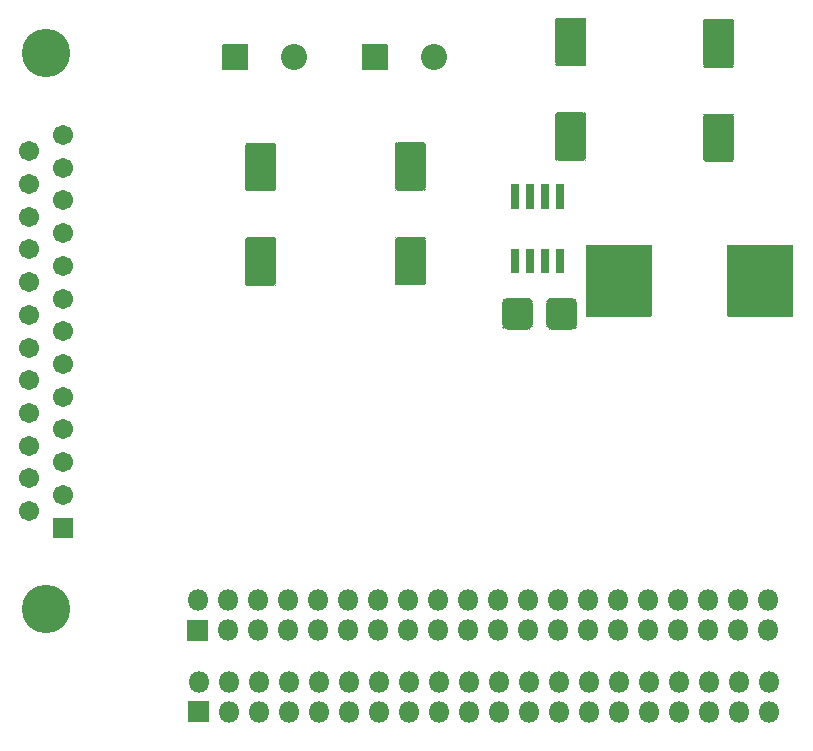
<source format=gbr>
G04 #@! TF.GenerationSoftware,KiCad,Pcbnew,5.1.8*
G04 #@! TF.CreationDate,2021-01-02T16:40:16+01:00*
G04 #@! TF.ProjectId,F008_gpio2parallel,46303038-5f67-4706-996f-32706172616c,rev?*
G04 #@! TF.SameCoordinates,PXa52d280PY2b953a0*
G04 #@! TF.FileFunction,Soldermask,Top*
G04 #@! TF.FilePolarity,Negative*
%FSLAX46Y46*%
G04 Gerber Fmt 4.6, Leading zero omitted, Abs format (unit mm)*
G04 Created by KiCad (PCBNEW 5.1.8) date 2021-01-02 16:40:16*
%MOMM*%
%LPD*%
G01*
G04 APERTURE LIST*
%ADD10O,1.802000X1.802000*%
%ADD11C,4.102000*%
%ADD12C,1.702000*%
%ADD13C,2.202000*%
%ADD14C,0.100000*%
G04 APERTURE END LIST*
G04 #@! TO.C,L1*
G36*
G01*
X-8451000Y-26200000D02*
X-8451000Y-20200000D01*
G75*
G02*
X-8400000Y-20149000I51000J0D01*
G01*
X-2900000Y-20149000D01*
G75*
G02*
X-2849000Y-20200000I0J-51000D01*
G01*
X-2849000Y-26200000D01*
G75*
G02*
X-2900000Y-26251000I-51000J0D01*
G01*
X-8400000Y-26251000D01*
G75*
G02*
X-8451000Y-26200000I0J51000D01*
G01*
G37*
G36*
G01*
X-20451000Y-26200000D02*
X-20451000Y-20200000D01*
G75*
G02*
X-20400000Y-20149000I51000J0D01*
G01*
X-14900000Y-20149000D01*
G75*
G02*
X-14849000Y-20200000I0J-51000D01*
G01*
X-14849000Y-26200000D01*
G75*
G02*
X-14900000Y-26251000I-51000J0D01*
G01*
X-20400000Y-26251000D01*
G75*
G02*
X-20451000Y-26200000I0J51000D01*
G01*
G37*
G04 #@! TD*
G04 #@! TO.C,D1*
G36*
G01*
X-24924000Y-25114758D02*
X-24924000Y-26885242D01*
G75*
G02*
X-25389758Y-27351000I-465758J0D01*
G01*
X-27060242Y-27351000D01*
G75*
G02*
X-27526000Y-26885242I0J465758D01*
G01*
X-27526000Y-25114758D01*
G75*
G02*
X-27060242Y-24649000I465758J0D01*
G01*
X-25389758Y-24649000D01*
G75*
G02*
X-24924000Y-25114758I0J-465758D01*
G01*
G37*
G36*
G01*
X-21174000Y-25114758D02*
X-21174000Y-26885242D01*
G75*
G02*
X-21639758Y-27351000I-465758J0D01*
G01*
X-23310242Y-27351000D01*
G75*
G02*
X-23776000Y-26885242I0J465758D01*
G01*
X-23776000Y-25114758D01*
G75*
G02*
X-23310242Y-24649000I465758J0D01*
G01*
X-21639758Y-24649000D01*
G75*
G02*
X-21174000Y-25114758I0J-465758D01*
G01*
G37*
G04 #@! TD*
G04 #@! TO.C,C4*
G36*
G01*
X-48990800Y-19539000D02*
X-46909200Y-19539000D01*
G75*
G02*
X-46649000Y-19799200I0J-260200D01*
G01*
X-46649000Y-23380800D01*
G75*
G02*
X-46909200Y-23641000I-260200J0D01*
G01*
X-48990800Y-23641000D01*
G75*
G02*
X-49251000Y-23380800I0J260200D01*
G01*
X-49251000Y-19799200D01*
G75*
G02*
X-48990800Y-19539000I260200J0D01*
G01*
G37*
G36*
G01*
X-48990800Y-11539000D02*
X-46909200Y-11539000D01*
G75*
G02*
X-46649000Y-11799200I0J-260200D01*
G01*
X-46649000Y-15380800D01*
G75*
G02*
X-46909200Y-15641000I-260200J0D01*
G01*
X-48990800Y-15641000D01*
G75*
G02*
X-49251000Y-15380800I0J260200D01*
G01*
X-49251000Y-11799200D01*
G75*
G02*
X-48990800Y-11539000I260200J0D01*
G01*
G37*
G04 #@! TD*
G04 #@! TO.C,C1*
G36*
G01*
X-36330800Y-19489000D02*
X-34249200Y-19489000D01*
G75*
G02*
X-33989000Y-19749200I0J-260200D01*
G01*
X-33989000Y-23330800D01*
G75*
G02*
X-34249200Y-23591000I-260200J0D01*
G01*
X-36330800Y-23591000D01*
G75*
G02*
X-36591000Y-23330800I0J260200D01*
G01*
X-36591000Y-19749200D01*
G75*
G02*
X-36330800Y-19489000I260200J0D01*
G01*
G37*
G36*
G01*
X-36330800Y-11489000D02*
X-34249200Y-11489000D01*
G75*
G02*
X-33989000Y-11749200I0J-260200D01*
G01*
X-33989000Y-15330800D01*
G75*
G02*
X-34249200Y-15591000I-260200J0D01*
G01*
X-36330800Y-15591000D01*
G75*
G02*
X-36591000Y-15330800I0J260200D01*
G01*
X-36591000Y-11749200D01*
G75*
G02*
X-36330800Y-11489000I260200J0D01*
G01*
G37*
G04 #@! TD*
G04 #@! TO.C,PS1*
G36*
G01*
X-22905000Y-20474000D02*
X-22305000Y-20474000D01*
G75*
G02*
X-22254000Y-20525000I0J-51000D01*
G01*
X-22254000Y-22525000D01*
G75*
G02*
X-22305000Y-22576000I-51000J0D01*
G01*
X-22905000Y-22576000D01*
G75*
G02*
X-22956000Y-22525000I0J51000D01*
G01*
X-22956000Y-20525000D01*
G75*
G02*
X-22905000Y-20474000I51000J0D01*
G01*
G37*
G36*
G01*
X-24175000Y-20474000D02*
X-23575000Y-20474000D01*
G75*
G02*
X-23524000Y-20525000I0J-51000D01*
G01*
X-23524000Y-22525000D01*
G75*
G02*
X-23575000Y-22576000I-51000J0D01*
G01*
X-24175000Y-22576000D01*
G75*
G02*
X-24226000Y-22525000I0J51000D01*
G01*
X-24226000Y-20525000D01*
G75*
G02*
X-24175000Y-20474000I51000J0D01*
G01*
G37*
G36*
G01*
X-25445000Y-20474000D02*
X-24845000Y-20474000D01*
G75*
G02*
X-24794000Y-20525000I0J-51000D01*
G01*
X-24794000Y-22525000D01*
G75*
G02*
X-24845000Y-22576000I-51000J0D01*
G01*
X-25445000Y-22576000D01*
G75*
G02*
X-25496000Y-22525000I0J51000D01*
G01*
X-25496000Y-20525000D01*
G75*
G02*
X-25445000Y-20474000I51000J0D01*
G01*
G37*
G36*
G01*
X-26715000Y-20474000D02*
X-26115000Y-20474000D01*
G75*
G02*
X-26064000Y-20525000I0J-51000D01*
G01*
X-26064000Y-22525000D01*
G75*
G02*
X-26115000Y-22576000I-51000J0D01*
G01*
X-26715000Y-22576000D01*
G75*
G02*
X-26766000Y-22525000I0J51000D01*
G01*
X-26766000Y-20525000D01*
G75*
G02*
X-26715000Y-20474000I51000J0D01*
G01*
G37*
G36*
G01*
X-26715000Y-15024000D02*
X-26115000Y-15024000D01*
G75*
G02*
X-26064000Y-15075000I0J-51000D01*
G01*
X-26064000Y-17075000D01*
G75*
G02*
X-26115000Y-17126000I-51000J0D01*
G01*
X-26715000Y-17126000D01*
G75*
G02*
X-26766000Y-17075000I0J51000D01*
G01*
X-26766000Y-15075000D01*
G75*
G02*
X-26715000Y-15024000I51000J0D01*
G01*
G37*
G36*
G01*
X-25445000Y-15024000D02*
X-24845000Y-15024000D01*
G75*
G02*
X-24794000Y-15075000I0J-51000D01*
G01*
X-24794000Y-17075000D01*
G75*
G02*
X-24845000Y-17126000I-51000J0D01*
G01*
X-25445000Y-17126000D01*
G75*
G02*
X-25496000Y-17075000I0J51000D01*
G01*
X-25496000Y-15075000D01*
G75*
G02*
X-25445000Y-15024000I51000J0D01*
G01*
G37*
G36*
G01*
X-24175000Y-15024000D02*
X-23575000Y-15024000D01*
G75*
G02*
X-23524000Y-15075000I0J-51000D01*
G01*
X-23524000Y-17075000D01*
G75*
G02*
X-23575000Y-17126000I-51000J0D01*
G01*
X-24175000Y-17126000D01*
G75*
G02*
X-24226000Y-17075000I0J51000D01*
G01*
X-24226000Y-15075000D01*
G75*
G02*
X-24175000Y-15024000I51000J0D01*
G01*
G37*
G36*
G01*
X-22905000Y-15024000D02*
X-22305000Y-15024000D01*
G75*
G02*
X-22254000Y-15075000I0J-51000D01*
G01*
X-22254000Y-17075000D01*
G75*
G02*
X-22305000Y-17126000I-51000J0D01*
G01*
X-22905000Y-17126000D01*
G75*
G02*
X-22956000Y-17075000I0J51000D01*
G01*
X-22956000Y-15075000D01*
G75*
G02*
X-22905000Y-15024000I51000J0D01*
G01*
G37*
G04 #@! TD*
G04 #@! TO.C,C3*
G36*
G01*
X-20659200Y-5051000D02*
X-22740800Y-5051000D01*
G75*
G02*
X-23001000Y-4790800I0J260200D01*
G01*
X-23001000Y-1209200D01*
G75*
G02*
X-22740800Y-949000I260200J0D01*
G01*
X-20659200Y-949000D01*
G75*
G02*
X-20399000Y-1209200I0J-260200D01*
G01*
X-20399000Y-4790800D01*
G75*
G02*
X-20659200Y-5051000I-260200J0D01*
G01*
G37*
G36*
G01*
X-20659200Y-13051000D02*
X-22740800Y-13051000D01*
G75*
G02*
X-23001000Y-12790800I0J260200D01*
G01*
X-23001000Y-9209200D01*
G75*
G02*
X-22740800Y-8949000I260200J0D01*
G01*
X-20659200Y-8949000D01*
G75*
G02*
X-20399000Y-9209200I0J-260200D01*
G01*
X-20399000Y-12790800D01*
G75*
G02*
X-20659200Y-13051000I-260200J0D01*
G01*
G37*
G04 #@! TD*
G04 #@! TO.C,C2*
G36*
G01*
X-8159200Y-5151000D02*
X-10240800Y-5151000D01*
G75*
G02*
X-10501000Y-4890800I0J260200D01*
G01*
X-10501000Y-1309200D01*
G75*
G02*
X-10240800Y-1049000I260200J0D01*
G01*
X-8159200Y-1049000D01*
G75*
G02*
X-7899000Y-1309200I0J-260200D01*
G01*
X-7899000Y-4890800D01*
G75*
G02*
X-8159200Y-5151000I-260200J0D01*
G01*
G37*
G36*
G01*
X-8159200Y-13151000D02*
X-10240800Y-13151000D01*
G75*
G02*
X-10501000Y-12890800I0J260200D01*
G01*
X-10501000Y-9309200D01*
G75*
G02*
X-10240800Y-9049000I260200J0D01*
G01*
X-8159200Y-9049000D01*
G75*
G02*
X-7899000Y-9309200I0J-260200D01*
G01*
X-7899000Y-12890800D01*
G75*
G02*
X-8159200Y-13151000I-260200J0D01*
G01*
G37*
G04 #@! TD*
D10*
G04 #@! TO.C,J2*
X-5040000Y-50260000D03*
X-5040000Y-52800000D03*
X-7580000Y-50260000D03*
X-7580000Y-52800000D03*
X-10120000Y-50260000D03*
X-10120000Y-52800000D03*
X-12660000Y-50260000D03*
X-12660000Y-52800000D03*
X-15200000Y-50260000D03*
X-15200000Y-52800000D03*
X-17740000Y-50260000D03*
X-17740000Y-52800000D03*
X-20280000Y-50260000D03*
X-20280000Y-52800000D03*
X-22820000Y-50260000D03*
X-22820000Y-52800000D03*
X-25360000Y-50260000D03*
X-25360000Y-52800000D03*
X-27900000Y-50260000D03*
X-27900000Y-52800000D03*
X-30440000Y-50260000D03*
X-30440000Y-52800000D03*
X-32980000Y-50260000D03*
X-32980000Y-52800000D03*
X-35520000Y-50260000D03*
X-35520000Y-52800000D03*
X-38060000Y-50260000D03*
X-38060000Y-52800000D03*
X-40600000Y-50260000D03*
X-40600000Y-52800000D03*
X-43140000Y-50260000D03*
X-43140000Y-52800000D03*
X-45680000Y-50260000D03*
X-45680000Y-52800000D03*
X-48220000Y-50260000D03*
X-48220000Y-52800000D03*
X-50760000Y-50260000D03*
X-50760000Y-52800000D03*
X-53300000Y-50260000D03*
G36*
G01*
X-54150000Y-51899000D02*
X-52450000Y-51899000D01*
G75*
G02*
X-52399000Y-51950000I0J-51000D01*
G01*
X-52399000Y-53650000D01*
G75*
G02*
X-52450000Y-53701000I-51000J0D01*
G01*
X-54150000Y-53701000D01*
G75*
G02*
X-54201000Y-53650000I0J51000D01*
G01*
X-54201000Y-51950000D01*
G75*
G02*
X-54150000Y-51899000I51000J0D01*
G01*
G37*
G04 #@! TD*
G04 #@! TO.C,J3*
X-4940000Y-57160000D03*
X-4940000Y-59700000D03*
X-7480000Y-57160000D03*
X-7480000Y-59700000D03*
X-10020000Y-57160000D03*
X-10020000Y-59700000D03*
X-12560000Y-57160000D03*
X-12560000Y-59700000D03*
X-15100000Y-57160000D03*
X-15100000Y-59700000D03*
X-17640000Y-57160000D03*
X-17640000Y-59700000D03*
X-20180000Y-57160000D03*
X-20180000Y-59700000D03*
X-22720000Y-57160000D03*
X-22720000Y-59700000D03*
X-25260000Y-57160000D03*
X-25260000Y-59700000D03*
X-27800000Y-57160000D03*
X-27800000Y-59700000D03*
X-30340000Y-57160000D03*
X-30340000Y-59700000D03*
X-32880000Y-57160000D03*
X-32880000Y-59700000D03*
X-35420000Y-57160000D03*
X-35420000Y-59700000D03*
X-37960000Y-57160000D03*
X-37960000Y-59700000D03*
X-40500000Y-57160000D03*
X-40500000Y-59700000D03*
X-43040000Y-57160000D03*
X-43040000Y-59700000D03*
X-45580000Y-57160000D03*
X-45580000Y-59700000D03*
X-48120000Y-57160000D03*
X-48120000Y-59700000D03*
X-50660000Y-57160000D03*
X-50660000Y-59700000D03*
X-53200000Y-57160000D03*
G36*
G01*
X-52350000Y-60601000D02*
X-54050000Y-60601000D01*
G75*
G02*
X-54101000Y-60550000I0J51000D01*
G01*
X-54101000Y-58850000D01*
G75*
G02*
X-54050000Y-58799000I51000J0D01*
G01*
X-52350000Y-58799000D01*
G75*
G02*
X-52299000Y-58850000I0J-51000D01*
G01*
X-52299000Y-60550000D01*
G75*
G02*
X-52350000Y-60601000I-51000J0D01*
G01*
G37*
G04 #@! TD*
D11*
G04 #@! TO.C,J4*
X-66120000Y-51030000D03*
X-66120000Y-3930000D03*
D12*
X-67540000Y-12245000D03*
X-67540000Y-15015000D03*
X-67540000Y-17785000D03*
X-67540000Y-20555000D03*
X-67540000Y-23325000D03*
X-67540000Y-26095000D03*
X-67540000Y-28865000D03*
X-67540000Y-31635000D03*
X-67540000Y-34405000D03*
X-67540000Y-37175000D03*
X-67540000Y-39945000D03*
X-67540000Y-42715000D03*
X-64700000Y-10860000D03*
X-64700000Y-13630000D03*
X-64700000Y-16400000D03*
X-64700000Y-19170000D03*
X-64700000Y-21940000D03*
X-64700000Y-24710000D03*
X-64700000Y-27480000D03*
X-64700000Y-30250000D03*
X-64700000Y-33020000D03*
X-64700000Y-35790000D03*
X-64700000Y-38560000D03*
X-64700000Y-41330000D03*
G36*
G01*
X-65500000Y-43249000D02*
X-63900000Y-43249000D01*
G75*
G02*
X-63849000Y-43300000I0J-51000D01*
G01*
X-63849000Y-44900000D01*
G75*
G02*
X-63900000Y-44951000I-51000J0D01*
G01*
X-65500000Y-44951000D01*
G75*
G02*
X-65551000Y-44900000I0J51000D01*
G01*
X-65551000Y-43300000D01*
G75*
G02*
X-65500000Y-43249000I51000J0D01*
G01*
G37*
G04 #@! TD*
D13*
G04 #@! TO.C,J1*
X-33300000Y-4300000D03*
G36*
G01*
X-39401000Y-5350000D02*
X-39401000Y-3250000D01*
G75*
G02*
X-39350000Y-3199000I51000J0D01*
G01*
X-37250000Y-3199000D01*
G75*
G02*
X-37199000Y-3250000I0J-51000D01*
G01*
X-37199000Y-5350000D01*
G75*
G02*
X-37250000Y-5401000I-51000J0D01*
G01*
X-39350000Y-5401000D01*
G75*
G02*
X-39401000Y-5350000I0J51000D01*
G01*
G37*
G04 #@! TD*
G04 #@! TO.C,J5*
X-45100000Y-4300000D03*
G36*
G01*
X-51201000Y-5350000D02*
X-51201000Y-3250000D01*
G75*
G02*
X-51150000Y-3199000I51000J0D01*
G01*
X-49050000Y-3199000D01*
G75*
G02*
X-48999000Y-3250000I0J-51000D01*
G01*
X-48999000Y-5350000D01*
G75*
G02*
X-49050000Y-5401000I-51000J0D01*
G01*
X-51150000Y-5401000D01*
G75*
G02*
X-51201000Y-5350000I0J51000D01*
G01*
G37*
G04 #@! TD*
D14*
G36*
X-24922835Y-26883616D02*
G01*
X-24922000Y-26885242D01*
X-24922000Y-26959352D01*
X-24922010Y-26959548D01*
X-24930010Y-27040777D01*
X-24930086Y-27041162D01*
X-24951990Y-27113370D01*
X-24952140Y-27113732D01*
X-24987709Y-27180276D01*
X-24987927Y-27180602D01*
X-25035794Y-27238929D01*
X-25036071Y-27239206D01*
X-25094398Y-27287073D01*
X-25094724Y-27287291D01*
X-25161268Y-27322860D01*
X-25161630Y-27323010D01*
X-25233838Y-27344914D01*
X-25234223Y-27344990D01*
X-25315452Y-27352990D01*
X-25315648Y-27353000D01*
X-25389758Y-27353000D01*
X-25391490Y-27352000D01*
X-25391490Y-27350000D01*
X-25389954Y-27349010D01*
X-25299288Y-27340081D01*
X-25212289Y-27313689D01*
X-25132113Y-27270835D01*
X-25061838Y-27213162D01*
X-25004165Y-27142887D01*
X-24961311Y-27062711D01*
X-24934919Y-26975712D01*
X-24925990Y-26885046D01*
X-24924825Y-26883420D01*
X-24922835Y-26883616D01*
G37*
G36*
X-21172835Y-26883616D02*
G01*
X-21172000Y-26885242D01*
X-21172000Y-26959352D01*
X-21172010Y-26959548D01*
X-21180010Y-27040777D01*
X-21180086Y-27041162D01*
X-21201990Y-27113370D01*
X-21202140Y-27113732D01*
X-21237709Y-27180276D01*
X-21237927Y-27180602D01*
X-21285794Y-27238929D01*
X-21286071Y-27239206D01*
X-21344398Y-27287073D01*
X-21344724Y-27287291D01*
X-21411268Y-27322860D01*
X-21411630Y-27323010D01*
X-21483838Y-27344914D01*
X-21484223Y-27344990D01*
X-21565452Y-27352990D01*
X-21565648Y-27353000D01*
X-21639758Y-27353000D01*
X-21641490Y-27352000D01*
X-21641490Y-27350000D01*
X-21639954Y-27349010D01*
X-21549288Y-27340081D01*
X-21462289Y-27313689D01*
X-21382113Y-27270835D01*
X-21311838Y-27213162D01*
X-21254165Y-27142887D01*
X-21211311Y-27062711D01*
X-21184919Y-26975712D01*
X-21175990Y-26885046D01*
X-21174825Y-26883420D01*
X-21172835Y-26883616D01*
G37*
G36*
X-27524010Y-26885046D02*
G01*
X-27515081Y-26975712D01*
X-27488689Y-27062711D01*
X-27445835Y-27142887D01*
X-27388162Y-27213162D01*
X-27317887Y-27270835D01*
X-27237711Y-27313689D01*
X-27150712Y-27340081D01*
X-27060046Y-27349010D01*
X-27058420Y-27350175D01*
X-27058616Y-27352165D01*
X-27060242Y-27353000D01*
X-27134352Y-27353000D01*
X-27134548Y-27352990D01*
X-27215777Y-27344990D01*
X-27216162Y-27344914D01*
X-27288370Y-27323010D01*
X-27288732Y-27322860D01*
X-27355276Y-27287291D01*
X-27355602Y-27287073D01*
X-27413929Y-27239206D01*
X-27414206Y-27238929D01*
X-27462073Y-27180602D01*
X-27462291Y-27180276D01*
X-27497860Y-27113732D01*
X-27498010Y-27113370D01*
X-27519914Y-27041162D01*
X-27519990Y-27040777D01*
X-27527990Y-26959548D01*
X-27528000Y-26959352D01*
X-27528000Y-26885242D01*
X-27527000Y-26883510D01*
X-27525000Y-26883510D01*
X-27524010Y-26885046D01*
G37*
G36*
X-23774010Y-26885046D02*
G01*
X-23765081Y-26975712D01*
X-23738689Y-27062711D01*
X-23695835Y-27142887D01*
X-23638162Y-27213162D01*
X-23567887Y-27270835D01*
X-23487711Y-27313689D01*
X-23400712Y-27340081D01*
X-23310046Y-27349010D01*
X-23308420Y-27350175D01*
X-23308616Y-27352165D01*
X-23310242Y-27353000D01*
X-23384352Y-27353000D01*
X-23384548Y-27352990D01*
X-23465777Y-27344990D01*
X-23466162Y-27344914D01*
X-23538370Y-27323010D01*
X-23538732Y-27322860D01*
X-23605276Y-27287291D01*
X-23605602Y-27287073D01*
X-23663929Y-27239206D01*
X-23664206Y-27238929D01*
X-23712073Y-27180602D01*
X-23712291Y-27180276D01*
X-23747860Y-27113732D01*
X-23748010Y-27113370D01*
X-23769914Y-27041162D01*
X-23769990Y-27040777D01*
X-23777990Y-26959548D01*
X-23778000Y-26959352D01*
X-23778000Y-26885242D01*
X-23777000Y-26883510D01*
X-23775000Y-26883510D01*
X-23774010Y-26885046D01*
G37*
G36*
X-27058510Y-24648000D02*
G01*
X-27058510Y-24650000D01*
X-27060046Y-24650990D01*
X-27150712Y-24659919D01*
X-27237711Y-24686311D01*
X-27317887Y-24729165D01*
X-27388162Y-24786838D01*
X-27445835Y-24857113D01*
X-27488689Y-24937289D01*
X-27515081Y-25024288D01*
X-27524010Y-25114954D01*
X-27525175Y-25116580D01*
X-27527165Y-25116384D01*
X-27528000Y-25114758D01*
X-27528000Y-25040648D01*
X-27527990Y-25040452D01*
X-27519990Y-24959223D01*
X-27519914Y-24958838D01*
X-27498010Y-24886630D01*
X-27497860Y-24886268D01*
X-27462291Y-24819724D01*
X-27462073Y-24819398D01*
X-27414206Y-24761071D01*
X-27413929Y-24760794D01*
X-27355602Y-24712927D01*
X-27355276Y-24712709D01*
X-27288732Y-24677140D01*
X-27288370Y-24676990D01*
X-27216162Y-24655086D01*
X-27215777Y-24655010D01*
X-27134548Y-24647010D01*
X-27134352Y-24647000D01*
X-27060242Y-24647000D01*
X-27058510Y-24648000D01*
G37*
G36*
X-23308510Y-24648000D02*
G01*
X-23308510Y-24650000D01*
X-23310046Y-24650990D01*
X-23400712Y-24659919D01*
X-23487711Y-24686311D01*
X-23567887Y-24729165D01*
X-23638162Y-24786838D01*
X-23695835Y-24857113D01*
X-23738689Y-24937289D01*
X-23765081Y-25024288D01*
X-23774010Y-25114954D01*
X-23775175Y-25116580D01*
X-23777165Y-25116384D01*
X-23778000Y-25114758D01*
X-23778000Y-25040648D01*
X-23777990Y-25040452D01*
X-23769990Y-24959223D01*
X-23769914Y-24958838D01*
X-23748010Y-24886630D01*
X-23747860Y-24886268D01*
X-23712291Y-24819724D01*
X-23712073Y-24819398D01*
X-23664206Y-24761071D01*
X-23663929Y-24760794D01*
X-23605602Y-24712927D01*
X-23605276Y-24712709D01*
X-23538732Y-24677140D01*
X-23538370Y-24676990D01*
X-23466162Y-24655086D01*
X-23465777Y-24655010D01*
X-23384548Y-24647010D01*
X-23384352Y-24647000D01*
X-23310242Y-24647000D01*
X-23308510Y-24648000D01*
G37*
G36*
X-25315452Y-24647010D02*
G01*
X-25234223Y-24655010D01*
X-25233838Y-24655086D01*
X-25161630Y-24676990D01*
X-25161268Y-24677140D01*
X-25094724Y-24712709D01*
X-25094398Y-24712927D01*
X-25036071Y-24760794D01*
X-25035794Y-24761071D01*
X-24987927Y-24819398D01*
X-24987709Y-24819724D01*
X-24952140Y-24886268D01*
X-24951990Y-24886630D01*
X-24930086Y-24958838D01*
X-24930010Y-24959223D01*
X-24922010Y-25040452D01*
X-24922000Y-25040648D01*
X-24922000Y-25114758D01*
X-24923000Y-25116490D01*
X-24925000Y-25116490D01*
X-24925990Y-25114954D01*
X-24934919Y-25024288D01*
X-24961311Y-24937289D01*
X-25004165Y-24857113D01*
X-25061838Y-24786838D01*
X-25132113Y-24729165D01*
X-25212289Y-24686311D01*
X-25299288Y-24659919D01*
X-25389954Y-24650990D01*
X-25391580Y-24649825D01*
X-25391384Y-24647835D01*
X-25389758Y-24647000D01*
X-25315648Y-24647000D01*
X-25315452Y-24647010D01*
G37*
G36*
X-21565452Y-24647010D02*
G01*
X-21484223Y-24655010D01*
X-21483838Y-24655086D01*
X-21411630Y-24676990D01*
X-21411268Y-24677140D01*
X-21344724Y-24712709D01*
X-21344398Y-24712927D01*
X-21286071Y-24760794D01*
X-21285794Y-24761071D01*
X-21237927Y-24819398D01*
X-21237709Y-24819724D01*
X-21202140Y-24886268D01*
X-21201990Y-24886630D01*
X-21180086Y-24958838D01*
X-21180010Y-24959223D01*
X-21172010Y-25040452D01*
X-21172000Y-25040648D01*
X-21172000Y-25114758D01*
X-21173000Y-25116490D01*
X-21175000Y-25116490D01*
X-21175990Y-25114954D01*
X-21184919Y-25024288D01*
X-21211311Y-24937289D01*
X-21254165Y-24857113D01*
X-21311838Y-24786838D01*
X-21382113Y-24729165D01*
X-21462289Y-24686311D01*
X-21549288Y-24659919D01*
X-21639954Y-24650990D01*
X-21641580Y-24649825D01*
X-21641384Y-24647835D01*
X-21639758Y-24647000D01*
X-21565648Y-24647000D01*
X-21565452Y-24647010D01*
G37*
G36*
X-46647835Y-23379174D02*
G01*
X-46647000Y-23380800D01*
X-46647000Y-23474660D01*
X-46647010Y-23474856D01*
X-46650681Y-23512130D01*
X-46650757Y-23512515D01*
X-46659840Y-23542458D01*
X-46659990Y-23542820D01*
X-46674736Y-23570408D01*
X-46674954Y-23570734D01*
X-46694803Y-23594920D01*
X-46695080Y-23595197D01*
X-46719266Y-23615046D01*
X-46719592Y-23615264D01*
X-46747180Y-23630010D01*
X-46747542Y-23630160D01*
X-46777485Y-23639243D01*
X-46777870Y-23639319D01*
X-46815144Y-23642990D01*
X-46815340Y-23643000D01*
X-46909200Y-23643000D01*
X-46910932Y-23642000D01*
X-46910932Y-23640000D01*
X-46909396Y-23639010D01*
X-46858832Y-23634030D01*
X-46810395Y-23619336D01*
X-46765757Y-23595477D01*
X-46726632Y-23563368D01*
X-46694523Y-23524243D01*
X-46670664Y-23479605D01*
X-46655970Y-23431168D01*
X-46650990Y-23380604D01*
X-46649825Y-23378978D01*
X-46647835Y-23379174D01*
G37*
G36*
X-49249010Y-23380604D02*
G01*
X-49244030Y-23431168D01*
X-49229336Y-23479605D01*
X-49205477Y-23524243D01*
X-49173368Y-23563368D01*
X-49134243Y-23595477D01*
X-49089605Y-23619336D01*
X-49041168Y-23634030D01*
X-48990604Y-23639010D01*
X-48988978Y-23640175D01*
X-48989174Y-23642165D01*
X-48990800Y-23643000D01*
X-49084660Y-23643000D01*
X-49084856Y-23642990D01*
X-49122130Y-23639319D01*
X-49122515Y-23639243D01*
X-49152458Y-23630160D01*
X-49152820Y-23630010D01*
X-49180408Y-23615264D01*
X-49180734Y-23615046D01*
X-49204920Y-23595197D01*
X-49205197Y-23594920D01*
X-49225046Y-23570734D01*
X-49225264Y-23570408D01*
X-49240010Y-23542820D01*
X-49240160Y-23542458D01*
X-49249243Y-23512515D01*
X-49249319Y-23512130D01*
X-49252990Y-23474856D01*
X-49253000Y-23474660D01*
X-49253000Y-23380800D01*
X-49252000Y-23379068D01*
X-49250000Y-23379068D01*
X-49249010Y-23380604D01*
G37*
G36*
X-36589010Y-23330604D02*
G01*
X-36584030Y-23381168D01*
X-36569336Y-23429605D01*
X-36545477Y-23474243D01*
X-36513368Y-23513368D01*
X-36474243Y-23545477D01*
X-36429605Y-23569336D01*
X-36381168Y-23584030D01*
X-36330604Y-23589010D01*
X-36328978Y-23590175D01*
X-36329174Y-23592165D01*
X-36330800Y-23593000D01*
X-36424660Y-23593000D01*
X-36424856Y-23592990D01*
X-36462130Y-23589319D01*
X-36462515Y-23589243D01*
X-36492458Y-23580160D01*
X-36492820Y-23580010D01*
X-36520408Y-23565264D01*
X-36520734Y-23565046D01*
X-36544920Y-23545197D01*
X-36545197Y-23544920D01*
X-36565046Y-23520734D01*
X-36565264Y-23520408D01*
X-36580010Y-23492820D01*
X-36580160Y-23492458D01*
X-36589243Y-23462515D01*
X-36589319Y-23462130D01*
X-36592990Y-23424856D01*
X-36593000Y-23424660D01*
X-36593000Y-23330800D01*
X-36592000Y-23329068D01*
X-36590000Y-23329068D01*
X-36589010Y-23330604D01*
G37*
G36*
X-33987835Y-23329174D02*
G01*
X-33987000Y-23330800D01*
X-33987000Y-23424660D01*
X-33987010Y-23424856D01*
X-33990681Y-23462130D01*
X-33990757Y-23462515D01*
X-33999840Y-23492458D01*
X-33999990Y-23492820D01*
X-34014736Y-23520408D01*
X-34014954Y-23520734D01*
X-34034803Y-23544920D01*
X-34035080Y-23545197D01*
X-34059266Y-23565046D01*
X-34059592Y-23565264D01*
X-34087180Y-23580010D01*
X-34087542Y-23580160D01*
X-34117485Y-23589243D01*
X-34117870Y-23589319D01*
X-34155144Y-23592990D01*
X-34155340Y-23593000D01*
X-34249200Y-23593000D01*
X-34250932Y-23592000D01*
X-34250932Y-23590000D01*
X-34249396Y-23589010D01*
X-34198832Y-23584030D01*
X-34150395Y-23569336D01*
X-34105757Y-23545477D01*
X-34066632Y-23513368D01*
X-34034523Y-23474243D01*
X-34010664Y-23429605D01*
X-33995970Y-23381168D01*
X-33990990Y-23330604D01*
X-33989825Y-23328978D01*
X-33987835Y-23329174D01*
G37*
G36*
X-48989068Y-19538000D02*
G01*
X-48989068Y-19540000D01*
X-48990604Y-19540990D01*
X-49041168Y-19545970D01*
X-49089605Y-19560664D01*
X-49134243Y-19584523D01*
X-49173368Y-19616632D01*
X-49205477Y-19655757D01*
X-49229336Y-19700395D01*
X-49244030Y-19748832D01*
X-49249010Y-19799396D01*
X-49250175Y-19801022D01*
X-49252165Y-19800826D01*
X-49253000Y-19799200D01*
X-49253000Y-19705340D01*
X-49252990Y-19705144D01*
X-49249319Y-19667870D01*
X-49249243Y-19667485D01*
X-49240160Y-19637542D01*
X-49240010Y-19637180D01*
X-49225264Y-19609592D01*
X-49225046Y-19609266D01*
X-49205197Y-19585080D01*
X-49204920Y-19584803D01*
X-49180734Y-19564954D01*
X-49180408Y-19564736D01*
X-49152820Y-19549990D01*
X-49152458Y-19549840D01*
X-49122515Y-19540757D01*
X-49122130Y-19540681D01*
X-49084856Y-19537010D01*
X-49084660Y-19537000D01*
X-48990800Y-19537000D01*
X-48989068Y-19538000D01*
G37*
G36*
X-46815144Y-19537010D02*
G01*
X-46777870Y-19540681D01*
X-46777485Y-19540757D01*
X-46747542Y-19549840D01*
X-46747180Y-19549990D01*
X-46719592Y-19564736D01*
X-46719266Y-19564954D01*
X-46695080Y-19584803D01*
X-46694803Y-19585080D01*
X-46674954Y-19609266D01*
X-46674736Y-19609592D01*
X-46659990Y-19637180D01*
X-46659840Y-19637542D01*
X-46650757Y-19667485D01*
X-46650681Y-19667870D01*
X-46647010Y-19705144D01*
X-46647000Y-19705340D01*
X-46647000Y-19799200D01*
X-46648000Y-19800932D01*
X-46650000Y-19800932D01*
X-46650990Y-19799396D01*
X-46655970Y-19748832D01*
X-46670664Y-19700395D01*
X-46694523Y-19655757D01*
X-46726632Y-19616632D01*
X-46765757Y-19584523D01*
X-46810395Y-19560664D01*
X-46858832Y-19545970D01*
X-46909396Y-19540990D01*
X-46911022Y-19539825D01*
X-46910826Y-19537835D01*
X-46909200Y-19537000D01*
X-46815340Y-19537000D01*
X-46815144Y-19537010D01*
G37*
G36*
X-36329068Y-19488000D02*
G01*
X-36329068Y-19490000D01*
X-36330604Y-19490990D01*
X-36381168Y-19495970D01*
X-36429605Y-19510664D01*
X-36474243Y-19534523D01*
X-36513368Y-19566632D01*
X-36545477Y-19605757D01*
X-36569336Y-19650395D01*
X-36584030Y-19698832D01*
X-36589010Y-19749396D01*
X-36590175Y-19751022D01*
X-36592165Y-19750826D01*
X-36593000Y-19749200D01*
X-36593000Y-19655340D01*
X-36592990Y-19655144D01*
X-36589319Y-19617870D01*
X-36589243Y-19617485D01*
X-36580160Y-19587542D01*
X-36580010Y-19587180D01*
X-36565264Y-19559592D01*
X-36565046Y-19559266D01*
X-36545197Y-19535080D01*
X-36544920Y-19534803D01*
X-36520734Y-19514954D01*
X-36520408Y-19514736D01*
X-36492820Y-19499990D01*
X-36492458Y-19499840D01*
X-36462515Y-19490757D01*
X-36462130Y-19490681D01*
X-36424856Y-19487010D01*
X-36424660Y-19487000D01*
X-36330800Y-19487000D01*
X-36329068Y-19488000D01*
G37*
G36*
X-34155144Y-19487010D02*
G01*
X-34117870Y-19490681D01*
X-34117485Y-19490757D01*
X-34087542Y-19499840D01*
X-34087180Y-19499990D01*
X-34059592Y-19514736D01*
X-34059266Y-19514954D01*
X-34035080Y-19534803D01*
X-34034803Y-19535080D01*
X-34014954Y-19559266D01*
X-34014736Y-19559592D01*
X-33999990Y-19587180D01*
X-33999840Y-19587542D01*
X-33990757Y-19617485D01*
X-33990681Y-19617870D01*
X-33987010Y-19655144D01*
X-33987000Y-19655340D01*
X-33987000Y-19749200D01*
X-33988000Y-19750932D01*
X-33990000Y-19750932D01*
X-33990990Y-19749396D01*
X-33995970Y-19698832D01*
X-34010664Y-19650395D01*
X-34034523Y-19605757D01*
X-34066632Y-19566632D01*
X-34105757Y-19534523D01*
X-34150395Y-19510664D01*
X-34198832Y-19495970D01*
X-34249396Y-19490990D01*
X-34251022Y-19489825D01*
X-34250826Y-19487835D01*
X-34249200Y-19487000D01*
X-34155340Y-19487000D01*
X-34155144Y-19487010D01*
G37*
G36*
X-49249010Y-15380604D02*
G01*
X-49244030Y-15431168D01*
X-49229336Y-15479605D01*
X-49205477Y-15524243D01*
X-49173368Y-15563368D01*
X-49134243Y-15595477D01*
X-49089605Y-15619336D01*
X-49041168Y-15634030D01*
X-48990604Y-15639010D01*
X-48988978Y-15640175D01*
X-48989174Y-15642165D01*
X-48990800Y-15643000D01*
X-49084660Y-15643000D01*
X-49084856Y-15642990D01*
X-49122130Y-15639319D01*
X-49122515Y-15639243D01*
X-49152458Y-15630160D01*
X-49152820Y-15630010D01*
X-49180408Y-15615264D01*
X-49180734Y-15615046D01*
X-49204920Y-15595197D01*
X-49205197Y-15594920D01*
X-49225046Y-15570734D01*
X-49225264Y-15570408D01*
X-49240010Y-15542820D01*
X-49240160Y-15542458D01*
X-49249243Y-15512515D01*
X-49249319Y-15512130D01*
X-49252990Y-15474856D01*
X-49253000Y-15474660D01*
X-49253000Y-15380800D01*
X-49252000Y-15379068D01*
X-49250000Y-15379068D01*
X-49249010Y-15380604D01*
G37*
G36*
X-46647835Y-15379174D02*
G01*
X-46647000Y-15380800D01*
X-46647000Y-15474660D01*
X-46647010Y-15474856D01*
X-46650681Y-15512130D01*
X-46650757Y-15512515D01*
X-46659840Y-15542458D01*
X-46659990Y-15542820D01*
X-46674736Y-15570408D01*
X-46674954Y-15570734D01*
X-46694803Y-15594920D01*
X-46695080Y-15595197D01*
X-46719266Y-15615046D01*
X-46719592Y-15615264D01*
X-46747180Y-15630010D01*
X-46747542Y-15630160D01*
X-46777485Y-15639243D01*
X-46777870Y-15639319D01*
X-46815144Y-15642990D01*
X-46815340Y-15643000D01*
X-46909200Y-15643000D01*
X-46910932Y-15642000D01*
X-46910932Y-15640000D01*
X-46909396Y-15639010D01*
X-46858832Y-15634030D01*
X-46810395Y-15619336D01*
X-46765757Y-15595477D01*
X-46726632Y-15563368D01*
X-46694523Y-15524243D01*
X-46670664Y-15479605D01*
X-46655970Y-15431168D01*
X-46650990Y-15380604D01*
X-46649825Y-15378978D01*
X-46647835Y-15379174D01*
G37*
G36*
X-36589010Y-15330604D02*
G01*
X-36584030Y-15381168D01*
X-36569336Y-15429605D01*
X-36545477Y-15474243D01*
X-36513368Y-15513368D01*
X-36474243Y-15545477D01*
X-36429605Y-15569336D01*
X-36381168Y-15584030D01*
X-36330604Y-15589010D01*
X-36328978Y-15590175D01*
X-36329174Y-15592165D01*
X-36330800Y-15593000D01*
X-36424660Y-15593000D01*
X-36424856Y-15592990D01*
X-36462130Y-15589319D01*
X-36462515Y-15589243D01*
X-36492458Y-15580160D01*
X-36492820Y-15580010D01*
X-36520408Y-15565264D01*
X-36520734Y-15565046D01*
X-36544920Y-15545197D01*
X-36545197Y-15544920D01*
X-36565046Y-15520734D01*
X-36565264Y-15520408D01*
X-36580010Y-15492820D01*
X-36580160Y-15492458D01*
X-36589243Y-15462515D01*
X-36589319Y-15462130D01*
X-36592990Y-15424856D01*
X-36593000Y-15424660D01*
X-36593000Y-15330800D01*
X-36592000Y-15329068D01*
X-36590000Y-15329068D01*
X-36589010Y-15330604D01*
G37*
G36*
X-33987835Y-15329174D02*
G01*
X-33987000Y-15330800D01*
X-33987000Y-15424660D01*
X-33987010Y-15424856D01*
X-33990681Y-15462130D01*
X-33990757Y-15462515D01*
X-33999840Y-15492458D01*
X-33999990Y-15492820D01*
X-34014736Y-15520408D01*
X-34014954Y-15520734D01*
X-34034803Y-15544920D01*
X-34035080Y-15545197D01*
X-34059266Y-15565046D01*
X-34059592Y-15565264D01*
X-34087180Y-15580010D01*
X-34087542Y-15580160D01*
X-34117485Y-15589243D01*
X-34117870Y-15589319D01*
X-34155144Y-15592990D01*
X-34155340Y-15593000D01*
X-34249200Y-15593000D01*
X-34250932Y-15592000D01*
X-34250932Y-15590000D01*
X-34249396Y-15589010D01*
X-34198832Y-15584030D01*
X-34150395Y-15569336D01*
X-34105757Y-15545477D01*
X-34066632Y-15513368D01*
X-34034523Y-15474243D01*
X-34010664Y-15429605D01*
X-33995970Y-15381168D01*
X-33990990Y-15330604D01*
X-33989825Y-15328978D01*
X-33987835Y-15329174D01*
G37*
G36*
X-10499010Y-12890604D02*
G01*
X-10494030Y-12941168D01*
X-10479336Y-12989605D01*
X-10455477Y-13034243D01*
X-10423368Y-13073368D01*
X-10384243Y-13105477D01*
X-10339605Y-13129336D01*
X-10291168Y-13144030D01*
X-10240604Y-13149010D01*
X-10238978Y-13150175D01*
X-10239174Y-13152165D01*
X-10240800Y-13153000D01*
X-10334660Y-13153000D01*
X-10334856Y-13152990D01*
X-10372130Y-13149319D01*
X-10372515Y-13149243D01*
X-10402458Y-13140160D01*
X-10402820Y-13140010D01*
X-10430408Y-13125264D01*
X-10430734Y-13125046D01*
X-10454920Y-13105197D01*
X-10455197Y-13104920D01*
X-10475046Y-13080734D01*
X-10475264Y-13080408D01*
X-10490010Y-13052820D01*
X-10490160Y-13052458D01*
X-10499243Y-13022515D01*
X-10499319Y-13022130D01*
X-10502990Y-12984856D01*
X-10503000Y-12984660D01*
X-10503000Y-12890800D01*
X-10502000Y-12889068D01*
X-10500000Y-12889068D01*
X-10499010Y-12890604D01*
G37*
G36*
X-7897835Y-12889174D02*
G01*
X-7897000Y-12890800D01*
X-7897000Y-12984660D01*
X-7897010Y-12984856D01*
X-7900681Y-13022130D01*
X-7900757Y-13022515D01*
X-7909840Y-13052458D01*
X-7909990Y-13052820D01*
X-7924736Y-13080408D01*
X-7924954Y-13080734D01*
X-7944803Y-13104920D01*
X-7945080Y-13105197D01*
X-7969266Y-13125046D01*
X-7969592Y-13125264D01*
X-7997180Y-13140010D01*
X-7997542Y-13140160D01*
X-8027485Y-13149243D01*
X-8027870Y-13149319D01*
X-8065144Y-13152990D01*
X-8065340Y-13153000D01*
X-8159200Y-13153000D01*
X-8160932Y-13152000D01*
X-8160932Y-13150000D01*
X-8159396Y-13149010D01*
X-8108832Y-13144030D01*
X-8060395Y-13129336D01*
X-8015757Y-13105477D01*
X-7976632Y-13073368D01*
X-7944523Y-13034243D01*
X-7920664Y-12989605D01*
X-7905970Y-12941168D01*
X-7900990Y-12890604D01*
X-7899825Y-12888978D01*
X-7897835Y-12889174D01*
G37*
G36*
X-22999010Y-12790604D02*
G01*
X-22994030Y-12841168D01*
X-22979336Y-12889605D01*
X-22955477Y-12934243D01*
X-22923368Y-12973368D01*
X-22884243Y-13005477D01*
X-22839605Y-13029336D01*
X-22791168Y-13044030D01*
X-22740604Y-13049010D01*
X-22738978Y-13050175D01*
X-22739174Y-13052165D01*
X-22740800Y-13053000D01*
X-22834660Y-13053000D01*
X-22834856Y-13052990D01*
X-22872130Y-13049319D01*
X-22872515Y-13049243D01*
X-22902458Y-13040160D01*
X-22902820Y-13040010D01*
X-22930408Y-13025264D01*
X-22930734Y-13025046D01*
X-22954920Y-13005197D01*
X-22955197Y-13004920D01*
X-22975046Y-12980734D01*
X-22975264Y-12980408D01*
X-22990010Y-12952820D01*
X-22990160Y-12952458D01*
X-22999243Y-12922515D01*
X-22999319Y-12922130D01*
X-23002990Y-12884856D01*
X-23003000Y-12884660D01*
X-23003000Y-12790800D01*
X-23002000Y-12789068D01*
X-23000000Y-12789068D01*
X-22999010Y-12790604D01*
G37*
G36*
X-20397835Y-12789174D02*
G01*
X-20397000Y-12790800D01*
X-20397000Y-12884660D01*
X-20397010Y-12884856D01*
X-20400681Y-12922130D01*
X-20400757Y-12922515D01*
X-20409840Y-12952458D01*
X-20409990Y-12952820D01*
X-20424736Y-12980408D01*
X-20424954Y-12980734D01*
X-20444803Y-13004920D01*
X-20445080Y-13005197D01*
X-20469266Y-13025046D01*
X-20469592Y-13025264D01*
X-20497180Y-13040010D01*
X-20497542Y-13040160D01*
X-20527485Y-13049243D01*
X-20527870Y-13049319D01*
X-20565144Y-13052990D01*
X-20565340Y-13053000D01*
X-20659200Y-13053000D01*
X-20660932Y-13052000D01*
X-20660932Y-13050000D01*
X-20659396Y-13049010D01*
X-20608832Y-13044030D01*
X-20560395Y-13029336D01*
X-20515757Y-13005477D01*
X-20476632Y-12973368D01*
X-20444523Y-12934243D01*
X-20420664Y-12889605D01*
X-20405970Y-12841168D01*
X-20400990Y-12790604D01*
X-20399825Y-12788978D01*
X-20397835Y-12789174D01*
G37*
G36*
X-48989068Y-11538000D02*
G01*
X-48989068Y-11540000D01*
X-48990604Y-11540990D01*
X-49041168Y-11545970D01*
X-49089605Y-11560664D01*
X-49134243Y-11584523D01*
X-49173368Y-11616632D01*
X-49205477Y-11655757D01*
X-49229336Y-11700395D01*
X-49244030Y-11748832D01*
X-49249010Y-11799396D01*
X-49250175Y-11801022D01*
X-49252165Y-11800826D01*
X-49253000Y-11799200D01*
X-49253000Y-11705340D01*
X-49252990Y-11705144D01*
X-49249319Y-11667870D01*
X-49249243Y-11667485D01*
X-49240160Y-11637542D01*
X-49240010Y-11637180D01*
X-49225264Y-11609592D01*
X-49225046Y-11609266D01*
X-49205197Y-11585080D01*
X-49204920Y-11584803D01*
X-49180734Y-11564954D01*
X-49180408Y-11564736D01*
X-49152820Y-11549990D01*
X-49152458Y-11549840D01*
X-49122515Y-11540757D01*
X-49122130Y-11540681D01*
X-49084856Y-11537010D01*
X-49084660Y-11537000D01*
X-48990800Y-11537000D01*
X-48989068Y-11538000D01*
G37*
G36*
X-46815144Y-11537010D02*
G01*
X-46777870Y-11540681D01*
X-46777485Y-11540757D01*
X-46747542Y-11549840D01*
X-46747180Y-11549990D01*
X-46719592Y-11564736D01*
X-46719266Y-11564954D01*
X-46695080Y-11584803D01*
X-46694803Y-11585080D01*
X-46674954Y-11609266D01*
X-46674736Y-11609592D01*
X-46659990Y-11637180D01*
X-46659840Y-11637542D01*
X-46650757Y-11667485D01*
X-46650681Y-11667870D01*
X-46647010Y-11705144D01*
X-46647000Y-11705340D01*
X-46647000Y-11799200D01*
X-46648000Y-11800932D01*
X-46650000Y-11800932D01*
X-46650990Y-11799396D01*
X-46655970Y-11748832D01*
X-46670664Y-11700395D01*
X-46694523Y-11655757D01*
X-46726632Y-11616632D01*
X-46765757Y-11584523D01*
X-46810395Y-11560664D01*
X-46858832Y-11545970D01*
X-46909396Y-11540990D01*
X-46911022Y-11539825D01*
X-46910826Y-11537835D01*
X-46909200Y-11537000D01*
X-46815340Y-11537000D01*
X-46815144Y-11537010D01*
G37*
G36*
X-36329068Y-11488000D02*
G01*
X-36329068Y-11490000D01*
X-36330604Y-11490990D01*
X-36381168Y-11495970D01*
X-36429605Y-11510664D01*
X-36474243Y-11534523D01*
X-36513368Y-11566632D01*
X-36545477Y-11605757D01*
X-36569336Y-11650395D01*
X-36584030Y-11698832D01*
X-36589010Y-11749396D01*
X-36590175Y-11751022D01*
X-36592165Y-11750826D01*
X-36593000Y-11749200D01*
X-36593000Y-11655340D01*
X-36592990Y-11655144D01*
X-36589319Y-11617870D01*
X-36589243Y-11617485D01*
X-36580160Y-11587542D01*
X-36580010Y-11587180D01*
X-36565264Y-11559592D01*
X-36565046Y-11559266D01*
X-36545197Y-11535080D01*
X-36544920Y-11534803D01*
X-36520734Y-11514954D01*
X-36520408Y-11514736D01*
X-36492820Y-11499990D01*
X-36492458Y-11499840D01*
X-36462515Y-11490757D01*
X-36462130Y-11490681D01*
X-36424856Y-11487010D01*
X-36424660Y-11487000D01*
X-36330800Y-11487000D01*
X-36329068Y-11488000D01*
G37*
G36*
X-34155144Y-11487010D02*
G01*
X-34117870Y-11490681D01*
X-34117485Y-11490757D01*
X-34087542Y-11499840D01*
X-34087180Y-11499990D01*
X-34059592Y-11514736D01*
X-34059266Y-11514954D01*
X-34035080Y-11534803D01*
X-34034803Y-11535080D01*
X-34014954Y-11559266D01*
X-34014736Y-11559592D01*
X-33999990Y-11587180D01*
X-33999840Y-11587542D01*
X-33990757Y-11617485D01*
X-33990681Y-11617870D01*
X-33987010Y-11655144D01*
X-33987000Y-11655340D01*
X-33987000Y-11749200D01*
X-33988000Y-11750932D01*
X-33990000Y-11750932D01*
X-33990990Y-11749396D01*
X-33995970Y-11698832D01*
X-34010664Y-11650395D01*
X-34034523Y-11605757D01*
X-34066632Y-11566632D01*
X-34105757Y-11534523D01*
X-34150395Y-11510664D01*
X-34198832Y-11495970D01*
X-34249396Y-11490990D01*
X-34251022Y-11489825D01*
X-34250826Y-11487835D01*
X-34249200Y-11487000D01*
X-34155340Y-11487000D01*
X-34155144Y-11487010D01*
G37*
G36*
X-10239068Y-9048000D02*
G01*
X-10239068Y-9050000D01*
X-10240604Y-9050990D01*
X-10291168Y-9055970D01*
X-10339605Y-9070664D01*
X-10384243Y-9094523D01*
X-10423368Y-9126632D01*
X-10455477Y-9165757D01*
X-10479336Y-9210395D01*
X-10494030Y-9258832D01*
X-10499010Y-9309396D01*
X-10500175Y-9311022D01*
X-10502165Y-9310826D01*
X-10503000Y-9309200D01*
X-10503000Y-9215340D01*
X-10502990Y-9215144D01*
X-10499319Y-9177870D01*
X-10499243Y-9177485D01*
X-10490160Y-9147542D01*
X-10490010Y-9147180D01*
X-10475264Y-9119592D01*
X-10475046Y-9119266D01*
X-10455197Y-9095080D01*
X-10454920Y-9094803D01*
X-10430734Y-9074954D01*
X-10430408Y-9074736D01*
X-10402820Y-9059990D01*
X-10402458Y-9059840D01*
X-10372515Y-9050757D01*
X-10372130Y-9050681D01*
X-10334856Y-9047010D01*
X-10334660Y-9047000D01*
X-10240800Y-9047000D01*
X-10239068Y-9048000D01*
G37*
G36*
X-8065144Y-9047010D02*
G01*
X-8027870Y-9050681D01*
X-8027485Y-9050757D01*
X-7997542Y-9059840D01*
X-7997180Y-9059990D01*
X-7969592Y-9074736D01*
X-7969266Y-9074954D01*
X-7945080Y-9094803D01*
X-7944803Y-9095080D01*
X-7924954Y-9119266D01*
X-7924736Y-9119592D01*
X-7909990Y-9147180D01*
X-7909840Y-9147542D01*
X-7900757Y-9177485D01*
X-7900681Y-9177870D01*
X-7897010Y-9215144D01*
X-7897000Y-9215340D01*
X-7897000Y-9309200D01*
X-7898000Y-9310932D01*
X-7900000Y-9310932D01*
X-7900990Y-9309396D01*
X-7905970Y-9258832D01*
X-7920664Y-9210395D01*
X-7944523Y-9165757D01*
X-7976632Y-9126632D01*
X-8015757Y-9094523D01*
X-8060395Y-9070664D01*
X-8108832Y-9055970D01*
X-8159396Y-9050990D01*
X-8161022Y-9049825D01*
X-8160826Y-9047835D01*
X-8159200Y-9047000D01*
X-8065340Y-9047000D01*
X-8065144Y-9047010D01*
G37*
G36*
X-22739068Y-8948000D02*
G01*
X-22739068Y-8950000D01*
X-22740604Y-8950990D01*
X-22791168Y-8955970D01*
X-22839605Y-8970664D01*
X-22884243Y-8994523D01*
X-22923368Y-9026632D01*
X-22955477Y-9065757D01*
X-22979336Y-9110395D01*
X-22994030Y-9158832D01*
X-22999010Y-9209396D01*
X-23000175Y-9211022D01*
X-23002165Y-9210826D01*
X-23003000Y-9209200D01*
X-23003000Y-9115340D01*
X-23002990Y-9115144D01*
X-22999319Y-9077870D01*
X-22999243Y-9077485D01*
X-22990160Y-9047542D01*
X-22990010Y-9047180D01*
X-22975264Y-9019592D01*
X-22975046Y-9019266D01*
X-22955197Y-8995080D01*
X-22954920Y-8994803D01*
X-22930734Y-8974954D01*
X-22930408Y-8974736D01*
X-22902820Y-8959990D01*
X-22902458Y-8959840D01*
X-22872515Y-8950757D01*
X-22872130Y-8950681D01*
X-22834856Y-8947010D01*
X-22834660Y-8947000D01*
X-22740800Y-8947000D01*
X-22739068Y-8948000D01*
G37*
G36*
X-20565144Y-8947010D02*
G01*
X-20527870Y-8950681D01*
X-20527485Y-8950757D01*
X-20497542Y-8959840D01*
X-20497180Y-8959990D01*
X-20469592Y-8974736D01*
X-20469266Y-8974954D01*
X-20445080Y-8994803D01*
X-20444803Y-8995080D01*
X-20424954Y-9019266D01*
X-20424736Y-9019592D01*
X-20409990Y-9047180D01*
X-20409840Y-9047542D01*
X-20400757Y-9077485D01*
X-20400681Y-9077870D01*
X-20397010Y-9115144D01*
X-20397000Y-9115340D01*
X-20397000Y-9209200D01*
X-20398000Y-9210932D01*
X-20400000Y-9210932D01*
X-20400990Y-9209396D01*
X-20405970Y-9158832D01*
X-20420664Y-9110395D01*
X-20444523Y-9065757D01*
X-20476632Y-9026632D01*
X-20515757Y-8994523D01*
X-20560395Y-8970664D01*
X-20608832Y-8955970D01*
X-20659396Y-8950990D01*
X-20661022Y-8949825D01*
X-20660826Y-8947835D01*
X-20659200Y-8947000D01*
X-20565340Y-8947000D01*
X-20565144Y-8947010D01*
G37*
G36*
X-10499010Y-4890604D02*
G01*
X-10494030Y-4941168D01*
X-10479336Y-4989605D01*
X-10455477Y-5034243D01*
X-10423368Y-5073368D01*
X-10384243Y-5105477D01*
X-10339605Y-5129336D01*
X-10291168Y-5144030D01*
X-10240604Y-5149010D01*
X-10238978Y-5150175D01*
X-10239174Y-5152165D01*
X-10240800Y-5153000D01*
X-10334660Y-5153000D01*
X-10334856Y-5152990D01*
X-10372130Y-5149319D01*
X-10372515Y-5149243D01*
X-10402458Y-5140160D01*
X-10402820Y-5140010D01*
X-10430408Y-5125264D01*
X-10430734Y-5125046D01*
X-10454920Y-5105197D01*
X-10455197Y-5104920D01*
X-10475046Y-5080734D01*
X-10475264Y-5080408D01*
X-10490010Y-5052820D01*
X-10490160Y-5052458D01*
X-10499243Y-5022515D01*
X-10499319Y-5022130D01*
X-10502990Y-4984856D01*
X-10503000Y-4984660D01*
X-10503000Y-4890800D01*
X-10502000Y-4889068D01*
X-10500000Y-4889068D01*
X-10499010Y-4890604D01*
G37*
G36*
X-7897835Y-4889174D02*
G01*
X-7897000Y-4890800D01*
X-7897000Y-4984660D01*
X-7897010Y-4984856D01*
X-7900681Y-5022130D01*
X-7900757Y-5022515D01*
X-7909840Y-5052458D01*
X-7909990Y-5052820D01*
X-7924736Y-5080408D01*
X-7924954Y-5080734D01*
X-7944803Y-5104920D01*
X-7945080Y-5105197D01*
X-7969266Y-5125046D01*
X-7969592Y-5125264D01*
X-7997180Y-5140010D01*
X-7997542Y-5140160D01*
X-8027485Y-5149243D01*
X-8027870Y-5149319D01*
X-8065144Y-5152990D01*
X-8065340Y-5153000D01*
X-8159200Y-5153000D01*
X-8160932Y-5152000D01*
X-8160932Y-5150000D01*
X-8159396Y-5149010D01*
X-8108832Y-5144030D01*
X-8060395Y-5129336D01*
X-8015757Y-5105477D01*
X-7976632Y-5073368D01*
X-7944523Y-5034243D01*
X-7920664Y-4989605D01*
X-7905970Y-4941168D01*
X-7900990Y-4890604D01*
X-7899825Y-4888978D01*
X-7897835Y-4889174D01*
G37*
G36*
X-22999010Y-4790604D02*
G01*
X-22994030Y-4841168D01*
X-22979336Y-4889605D01*
X-22955477Y-4934243D01*
X-22923368Y-4973368D01*
X-22884243Y-5005477D01*
X-22839605Y-5029336D01*
X-22791168Y-5044030D01*
X-22740604Y-5049010D01*
X-22738978Y-5050175D01*
X-22739174Y-5052165D01*
X-22740800Y-5053000D01*
X-22834660Y-5053000D01*
X-22834856Y-5052990D01*
X-22872130Y-5049319D01*
X-22872515Y-5049243D01*
X-22902458Y-5040160D01*
X-22902820Y-5040010D01*
X-22930408Y-5025264D01*
X-22930734Y-5025046D01*
X-22954920Y-5005197D01*
X-22955197Y-5004920D01*
X-22975046Y-4980734D01*
X-22975264Y-4980408D01*
X-22990010Y-4952820D01*
X-22990160Y-4952458D01*
X-22999243Y-4922515D01*
X-22999319Y-4922130D01*
X-23002990Y-4884856D01*
X-23003000Y-4884660D01*
X-23003000Y-4790800D01*
X-23002000Y-4789068D01*
X-23000000Y-4789068D01*
X-22999010Y-4790604D01*
G37*
G36*
X-20397835Y-4789174D02*
G01*
X-20397000Y-4790800D01*
X-20397000Y-4884660D01*
X-20397010Y-4884856D01*
X-20400681Y-4922130D01*
X-20400757Y-4922515D01*
X-20409840Y-4952458D01*
X-20409990Y-4952820D01*
X-20424736Y-4980408D01*
X-20424954Y-4980734D01*
X-20444803Y-5004920D01*
X-20445080Y-5005197D01*
X-20469266Y-5025046D01*
X-20469592Y-5025264D01*
X-20497180Y-5040010D01*
X-20497542Y-5040160D01*
X-20527485Y-5049243D01*
X-20527870Y-5049319D01*
X-20565144Y-5052990D01*
X-20565340Y-5053000D01*
X-20659200Y-5053000D01*
X-20660932Y-5052000D01*
X-20660932Y-5050000D01*
X-20659396Y-5049010D01*
X-20608832Y-5044030D01*
X-20560395Y-5029336D01*
X-20515757Y-5005477D01*
X-20476632Y-4973368D01*
X-20444523Y-4934243D01*
X-20420664Y-4889605D01*
X-20405970Y-4841168D01*
X-20400990Y-4790604D01*
X-20399825Y-4788978D01*
X-20397835Y-4789174D01*
G37*
G36*
X-10239068Y-1048000D02*
G01*
X-10239068Y-1050000D01*
X-10240604Y-1050990D01*
X-10291168Y-1055970D01*
X-10339605Y-1070664D01*
X-10384243Y-1094523D01*
X-10423368Y-1126632D01*
X-10455477Y-1165757D01*
X-10479336Y-1210395D01*
X-10494030Y-1258832D01*
X-10499010Y-1309396D01*
X-10500175Y-1311022D01*
X-10502165Y-1310826D01*
X-10503000Y-1309200D01*
X-10503000Y-1215340D01*
X-10502990Y-1215144D01*
X-10499319Y-1177870D01*
X-10499243Y-1177485D01*
X-10490160Y-1147542D01*
X-10490010Y-1147180D01*
X-10475264Y-1119592D01*
X-10475046Y-1119266D01*
X-10455197Y-1095080D01*
X-10454920Y-1094803D01*
X-10430734Y-1074954D01*
X-10430408Y-1074736D01*
X-10402820Y-1059990D01*
X-10402458Y-1059840D01*
X-10372515Y-1050757D01*
X-10372130Y-1050681D01*
X-10334856Y-1047010D01*
X-10334660Y-1047000D01*
X-10240800Y-1047000D01*
X-10239068Y-1048000D01*
G37*
G36*
X-8065144Y-1047010D02*
G01*
X-8027870Y-1050681D01*
X-8027485Y-1050757D01*
X-7997542Y-1059840D01*
X-7997180Y-1059990D01*
X-7969592Y-1074736D01*
X-7969266Y-1074954D01*
X-7945080Y-1094803D01*
X-7944803Y-1095080D01*
X-7924954Y-1119266D01*
X-7924736Y-1119592D01*
X-7909990Y-1147180D01*
X-7909840Y-1147542D01*
X-7900757Y-1177485D01*
X-7900681Y-1177870D01*
X-7897010Y-1215144D01*
X-7897000Y-1215340D01*
X-7897000Y-1309200D01*
X-7898000Y-1310932D01*
X-7900000Y-1310932D01*
X-7900990Y-1309396D01*
X-7905970Y-1258832D01*
X-7920664Y-1210395D01*
X-7944523Y-1165757D01*
X-7976632Y-1126632D01*
X-8015757Y-1094523D01*
X-8060395Y-1070664D01*
X-8108832Y-1055970D01*
X-8159396Y-1050990D01*
X-8161022Y-1049825D01*
X-8160826Y-1047835D01*
X-8159200Y-1047000D01*
X-8065340Y-1047000D01*
X-8065144Y-1047010D01*
G37*
G36*
X-22739068Y-948000D02*
G01*
X-22739068Y-950000D01*
X-22740604Y-950990D01*
X-22791168Y-955970D01*
X-22839605Y-970664D01*
X-22884243Y-994523D01*
X-22923368Y-1026632D01*
X-22955477Y-1065757D01*
X-22979336Y-1110395D01*
X-22994030Y-1158832D01*
X-22999010Y-1209396D01*
X-23000175Y-1211022D01*
X-23002165Y-1210826D01*
X-23003000Y-1209200D01*
X-23003000Y-1115340D01*
X-23002990Y-1115144D01*
X-22999319Y-1077870D01*
X-22999243Y-1077485D01*
X-22990160Y-1047542D01*
X-22990010Y-1047180D01*
X-22975264Y-1019592D01*
X-22975046Y-1019266D01*
X-22955197Y-995080D01*
X-22954920Y-994803D01*
X-22930734Y-974954D01*
X-22930408Y-974736D01*
X-22902820Y-959990D01*
X-22902458Y-959840D01*
X-22872515Y-950757D01*
X-22872130Y-950681D01*
X-22834856Y-947010D01*
X-22834660Y-947000D01*
X-22740800Y-947000D01*
X-22739068Y-948000D01*
G37*
G36*
X-20565144Y-947010D02*
G01*
X-20527870Y-950681D01*
X-20527485Y-950757D01*
X-20497542Y-959840D01*
X-20497180Y-959990D01*
X-20469592Y-974736D01*
X-20469266Y-974954D01*
X-20445080Y-994803D01*
X-20444803Y-995080D01*
X-20424954Y-1019266D01*
X-20424736Y-1019592D01*
X-20409990Y-1047180D01*
X-20409840Y-1047542D01*
X-20400757Y-1077485D01*
X-20400681Y-1077870D01*
X-20397010Y-1115144D01*
X-20397000Y-1115340D01*
X-20397000Y-1209200D01*
X-20398000Y-1210932D01*
X-20400000Y-1210932D01*
X-20400990Y-1209396D01*
X-20405970Y-1158832D01*
X-20420664Y-1110395D01*
X-20444523Y-1065757D01*
X-20476632Y-1026632D01*
X-20515757Y-994523D01*
X-20560395Y-970664D01*
X-20608832Y-955970D01*
X-20659396Y-950990D01*
X-20661022Y-949825D01*
X-20660826Y-947835D01*
X-20659200Y-947000D01*
X-20565340Y-947000D01*
X-20565144Y-947010D01*
G37*
M02*

</source>
